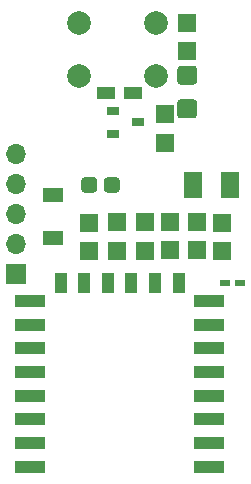
<source format=gbr>
G04 #@! TF.GenerationSoftware,KiCad,Pcbnew,(5.1.9)-1*
G04 #@! TF.CreationDate,2021-03-01T14:14:47+01:00*
G04 #@! TF.ProjectId,button timer v1.2.1_Coin_Cell,62757474-6f6e-4207-9469-6d6572207631,rev?*
G04 #@! TF.SameCoordinates,Original*
G04 #@! TF.FileFunction,Soldermask,Top*
G04 #@! TF.FilePolarity,Negative*
%FSLAX46Y46*%
G04 Gerber Fmt 4.6, Leading zero omitted, Abs format (unit mm)*
G04 Created by KiCad (PCBNEW (5.1.9)-1) date 2021-03-01 14:14:47*
%MOMM*%
%LPD*%
G01*
G04 APERTURE LIST*
%ADD10R,2.500000X1.000000*%
%ADD11R,1.000000X1.800000*%
%ADD12R,1.000000X0.800000*%
%ADD13R,1.650000X2.250000*%
%ADD14R,0.900000X0.620000*%
%ADD15R,1.500000X1.100000*%
%ADD16R,1.500000X1.500000*%
%ADD17R,1.700000X1.300000*%
%ADD18C,2.000000*%
%ADD19O,1.700000X1.700000*%
%ADD20R,1.700000X1.700000*%
G04 APERTURE END LIST*
D10*
G04 #@! TO.C,X1*
X118130000Y-93670000D03*
X118130000Y-91670000D03*
X118130000Y-89670000D03*
X118130000Y-87670000D03*
X118130000Y-85670000D03*
X118130000Y-83670000D03*
X118130000Y-81670000D03*
X118130000Y-79670000D03*
D11*
X120730000Y-78170000D03*
X122730000Y-78170000D03*
X124730000Y-78170000D03*
X126730000Y-78170000D03*
X128730000Y-78170000D03*
X130730000Y-78170000D03*
D10*
X133330000Y-79670000D03*
X133330000Y-81670000D03*
X133330000Y-83670000D03*
X133330000Y-85670000D03*
X133330000Y-87670000D03*
X133330000Y-89670000D03*
X133330000Y-91670000D03*
X133330000Y-93670000D03*
G04 #@! TD*
D12*
G04 #@! TO.C,Q1*
X127260000Y-64530000D03*
X125160000Y-65480000D03*
X125160000Y-63580000D03*
G04 #@! TD*
G04 #@! TO.C,D1*
G36*
G01*
X132025000Y-61335000D02*
X130875000Y-61335000D01*
G75*
G02*
X130625000Y-61085000I0J250000D01*
G01*
X130625000Y-59985000D01*
G75*
G02*
X130875000Y-59735000I250000J0D01*
G01*
X132025000Y-59735000D01*
G75*
G02*
X132275000Y-59985000I0J-250000D01*
G01*
X132275000Y-61085000D01*
G75*
G02*
X132025000Y-61335000I-250000J0D01*
G01*
G37*
G36*
G01*
X132025000Y-64185000D02*
X130875000Y-64185000D01*
G75*
G02*
X130625000Y-63935000I0J250000D01*
G01*
X130625000Y-62835000D01*
G75*
G02*
X130875000Y-62585000I250000J0D01*
G01*
X132025000Y-62585000D01*
G75*
G02*
X132275000Y-62835000I0J-250000D01*
G01*
X132275000Y-63935000D01*
G75*
G02*
X132025000Y-64185000I-250000J0D01*
G01*
G37*
G04 #@! TD*
D13*
G04 #@! TO.C,C6*
X131958080Y-69865240D03*
X135058080Y-69865240D03*
G04 #@! TD*
G04 #@! TO.C,D2*
G36*
G01*
X124420000Y-70230001D02*
X124420000Y-69429999D01*
G75*
G02*
X124669999Y-69180000I249999J0D01*
G01*
X125495001Y-69180000D01*
G75*
G02*
X125745000Y-69429999I0J-249999D01*
G01*
X125745000Y-70230001D01*
G75*
G02*
X125495001Y-70480000I-249999J0D01*
G01*
X124669999Y-70480000D01*
G75*
G02*
X124420000Y-70230001I0J249999D01*
G01*
G37*
G36*
G01*
X122495000Y-70230001D02*
X122495000Y-69429999D01*
G75*
G02*
X122744999Y-69180000I249999J0D01*
G01*
X123570001Y-69180000D01*
G75*
G02*
X123820000Y-69429999I0J-249999D01*
G01*
X123820000Y-70230001D01*
G75*
G02*
X123570001Y-70480000I-249999J0D01*
G01*
X122744999Y-70480000D01*
G75*
G02*
X122495000Y-70230001I0J249999D01*
G01*
G37*
G04 #@! TD*
D14*
G04 #@! TO.C,C7*
X134640560Y-78155800D03*
X135940560Y-78155800D03*
G04 #@! TD*
D15*
G04 #@! TO.C,C5*
X126840000Y-62010000D03*
X124540000Y-62010000D03*
G04 #@! TD*
D16*
G04 #@! TO.C,R9*
X130000000Y-75375000D03*
X130000000Y-72975000D03*
G04 #@! TD*
G04 #@! TO.C,R7*
X129590000Y-63850000D03*
X129590000Y-66250000D03*
G04 #@! TD*
G04 #@! TO.C,R6*
X131410000Y-56120000D03*
X131410000Y-58520000D03*
G04 #@! TD*
G04 #@! TO.C,R5*
X123125000Y-75425000D03*
X123125000Y-73025000D03*
G04 #@! TD*
G04 #@! TO.C,R4*
X127850000Y-75400000D03*
X127850000Y-73000000D03*
G04 #@! TD*
G04 #@! TO.C,R3*
X132257800Y-75368000D03*
X132257800Y-72968000D03*
G04 #@! TD*
G04 #@! TO.C,R2*
X125550000Y-75400000D03*
X125550000Y-73000000D03*
G04 #@! TD*
G04 #@! TO.C,R1*
X134416800Y-75418800D03*
X134416800Y-73018800D03*
G04 #@! TD*
D17*
G04 #@! TO.C,SW2*
X120070000Y-70660000D03*
X120070000Y-74360000D03*
G04 #@! TD*
D18*
G04 #@! TO.C,SW1*
X122300000Y-60600000D03*
X122300000Y-56100000D03*
X128800000Y-60600000D03*
X128800000Y-56100000D03*
G04 #@! TD*
D19*
G04 #@! TO.C,J1*
X116960000Y-67190000D03*
X116960000Y-69730000D03*
X116960000Y-72270000D03*
X116960000Y-74810000D03*
D20*
X116960000Y-77350000D03*
G04 #@! TD*
M02*

</source>
